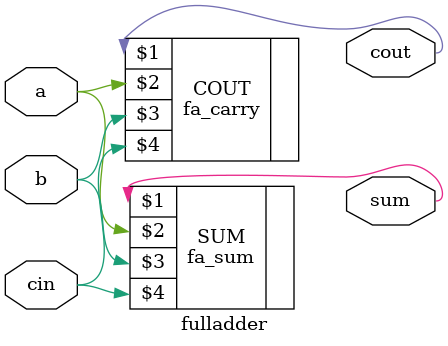
<source format=v>
`include "fa_carry.v"
`include "fa_sum.v"



module fulladder (sum , cout , a , b , cin);
    input a , b , cin;
    output sum , cout;

    fa_sum SUM (sum , a , b , cin); // Instantiate the sum module
    fa_carry COUT (cout , a , b , cin); // Instantiate the carry module
endmodule

</source>
